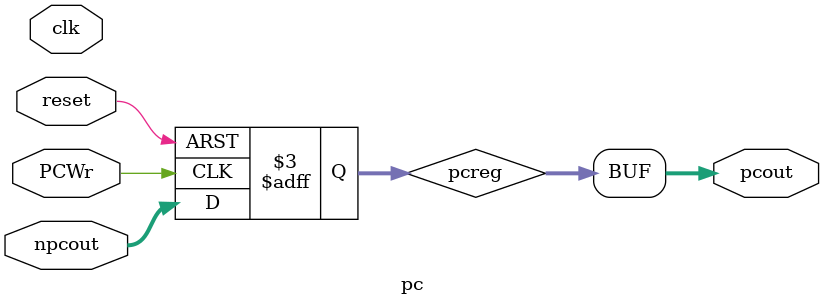
<source format=v>
module pc(clk,reset,npcout,pcout, PCWr);
input clk,reset,PCWr;
input [31:2] npcout;
output [31:2] pcout;
reg [31:2] pcreg=0;
assign pcout=pcreg;
always@(posedge PCWr or posedge reset)
begin
	if(reset)
		pcreg<=30'h00000c00;
	else
	    pcreg<=npcout;
end
endmodule


</source>
